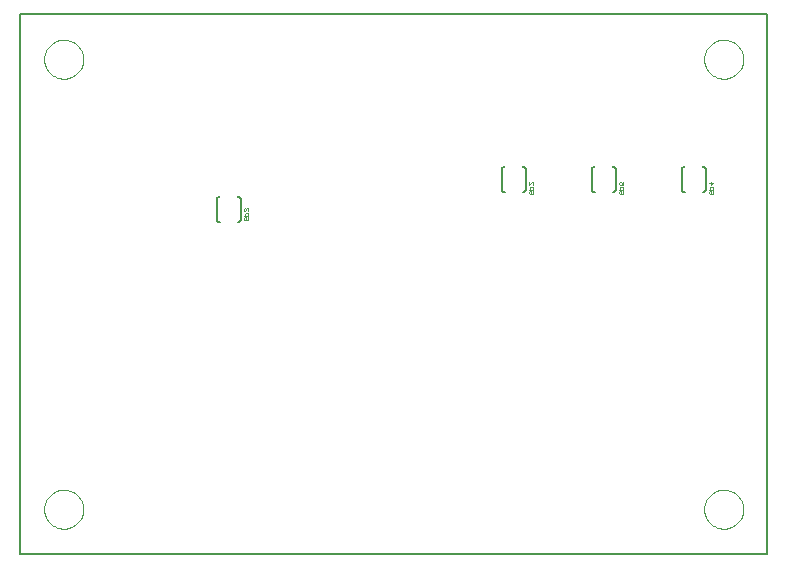
<source format=gbo>
G75*
G70*
%OFA0B0*%
%FSLAX24Y24*%
%IPPOS*%
%LPD*%
%AMOC8*
5,1,8,0,0,1.08239X$1,22.5*
%
%ADD10C,0.0080*%
%ADD11C,0.0000*%
%ADD12C,0.0010*%
D10*
X006371Y004935D02*
X006371Y022931D01*
X031271Y022931D01*
X031271Y004935D01*
X006371Y004935D01*
X012931Y016110D02*
X012931Y016760D01*
X012933Y016777D01*
X012937Y016794D01*
X012944Y016810D01*
X012954Y016824D01*
X012967Y016837D01*
X012981Y016847D01*
X012997Y016854D01*
X013014Y016858D01*
X013031Y016860D01*
X013631Y016860D02*
X013648Y016858D01*
X013665Y016854D01*
X013681Y016847D01*
X013695Y016837D01*
X013708Y016824D01*
X013718Y016810D01*
X013725Y016794D01*
X013729Y016777D01*
X013731Y016760D01*
X013731Y016110D01*
X013729Y016093D01*
X013725Y016076D01*
X013718Y016060D01*
X013708Y016046D01*
X013695Y016033D01*
X013681Y016023D01*
X013665Y016016D01*
X013648Y016012D01*
X013631Y016010D01*
X013031Y016010D02*
X013014Y016012D01*
X012997Y016016D01*
X012981Y016023D01*
X012967Y016033D01*
X012954Y016046D01*
X012944Y016060D01*
X012937Y016076D01*
X012933Y016093D01*
X012931Y016110D01*
X022431Y017110D02*
X022431Y017760D01*
X022433Y017777D01*
X022437Y017794D01*
X022444Y017810D01*
X022454Y017824D01*
X022467Y017837D01*
X022481Y017847D01*
X022497Y017854D01*
X022514Y017858D01*
X022531Y017860D01*
X023131Y017860D02*
X023148Y017858D01*
X023165Y017854D01*
X023181Y017847D01*
X023195Y017837D01*
X023208Y017824D01*
X023218Y017810D01*
X023225Y017794D01*
X023229Y017777D01*
X023231Y017760D01*
X023231Y017110D01*
X023229Y017093D01*
X023225Y017076D01*
X023218Y017060D01*
X023208Y017046D01*
X023195Y017033D01*
X023181Y017023D01*
X023165Y017016D01*
X023148Y017012D01*
X023131Y017010D01*
X022531Y017010D02*
X022514Y017012D01*
X022497Y017016D01*
X022481Y017023D01*
X022467Y017033D01*
X022454Y017046D01*
X022444Y017060D01*
X022437Y017076D01*
X022433Y017093D01*
X022431Y017110D01*
X025431Y017110D02*
X025431Y017760D01*
X025433Y017777D01*
X025437Y017794D01*
X025444Y017810D01*
X025454Y017824D01*
X025467Y017837D01*
X025481Y017847D01*
X025497Y017854D01*
X025514Y017858D01*
X025531Y017860D01*
X026131Y017860D02*
X026148Y017858D01*
X026165Y017854D01*
X026181Y017847D01*
X026195Y017837D01*
X026208Y017824D01*
X026218Y017810D01*
X026225Y017794D01*
X026229Y017777D01*
X026231Y017760D01*
X026231Y017110D01*
X026229Y017093D01*
X026225Y017076D01*
X026218Y017060D01*
X026208Y017046D01*
X026195Y017033D01*
X026181Y017023D01*
X026165Y017016D01*
X026148Y017012D01*
X026131Y017010D01*
X025531Y017010D02*
X025514Y017012D01*
X025497Y017016D01*
X025481Y017023D01*
X025467Y017033D01*
X025454Y017046D01*
X025444Y017060D01*
X025437Y017076D01*
X025433Y017093D01*
X025431Y017110D01*
X028431Y017110D02*
X028431Y017760D01*
X028433Y017777D01*
X028437Y017794D01*
X028444Y017810D01*
X028454Y017824D01*
X028467Y017837D01*
X028481Y017847D01*
X028497Y017854D01*
X028514Y017858D01*
X028531Y017860D01*
X029131Y017860D02*
X029148Y017858D01*
X029165Y017854D01*
X029181Y017847D01*
X029195Y017837D01*
X029208Y017824D01*
X029218Y017810D01*
X029225Y017794D01*
X029229Y017777D01*
X029231Y017760D01*
X029231Y017110D01*
X029229Y017093D01*
X029225Y017076D01*
X029218Y017060D01*
X029208Y017046D01*
X029195Y017033D01*
X029181Y017023D01*
X029165Y017016D01*
X029148Y017012D01*
X029131Y017010D01*
X028531Y017010D02*
X028514Y017012D01*
X028497Y017016D01*
X028481Y017023D01*
X028467Y017033D01*
X028454Y017046D01*
X028444Y017060D01*
X028437Y017076D01*
X028433Y017093D01*
X028431Y017110D01*
D11*
X029181Y021435D02*
X029183Y021485D01*
X029189Y021535D01*
X029199Y021585D01*
X029212Y021633D01*
X029229Y021681D01*
X029250Y021727D01*
X029274Y021771D01*
X029302Y021813D01*
X029333Y021853D01*
X029367Y021890D01*
X029404Y021925D01*
X029443Y021956D01*
X029484Y021985D01*
X029528Y022010D01*
X029574Y022032D01*
X029621Y022050D01*
X029669Y022064D01*
X029718Y022075D01*
X029768Y022082D01*
X029818Y022085D01*
X029869Y022084D01*
X029919Y022079D01*
X029969Y022070D01*
X030017Y022058D01*
X030065Y022041D01*
X030111Y022021D01*
X030156Y021998D01*
X030199Y021971D01*
X030239Y021941D01*
X030277Y021908D01*
X030312Y021872D01*
X030345Y021833D01*
X030374Y021792D01*
X030400Y021749D01*
X030423Y021704D01*
X030442Y021657D01*
X030457Y021609D01*
X030469Y021560D01*
X030477Y021510D01*
X030481Y021460D01*
X030481Y021410D01*
X030477Y021360D01*
X030469Y021310D01*
X030457Y021261D01*
X030442Y021213D01*
X030423Y021166D01*
X030400Y021121D01*
X030374Y021078D01*
X030345Y021037D01*
X030312Y020998D01*
X030277Y020962D01*
X030239Y020929D01*
X030199Y020899D01*
X030156Y020872D01*
X030111Y020849D01*
X030065Y020829D01*
X030017Y020812D01*
X029969Y020800D01*
X029919Y020791D01*
X029869Y020786D01*
X029818Y020785D01*
X029768Y020788D01*
X029718Y020795D01*
X029669Y020806D01*
X029621Y020820D01*
X029574Y020838D01*
X029528Y020860D01*
X029484Y020885D01*
X029443Y020914D01*
X029404Y020945D01*
X029367Y020980D01*
X029333Y021017D01*
X029302Y021057D01*
X029274Y021099D01*
X029250Y021143D01*
X029229Y021189D01*
X029212Y021237D01*
X029199Y021285D01*
X029189Y021335D01*
X029183Y021385D01*
X029181Y021435D01*
X029181Y006435D02*
X029183Y006485D01*
X029189Y006535D01*
X029199Y006585D01*
X029212Y006633D01*
X029229Y006681D01*
X029250Y006727D01*
X029274Y006771D01*
X029302Y006813D01*
X029333Y006853D01*
X029367Y006890D01*
X029404Y006925D01*
X029443Y006956D01*
X029484Y006985D01*
X029528Y007010D01*
X029574Y007032D01*
X029621Y007050D01*
X029669Y007064D01*
X029718Y007075D01*
X029768Y007082D01*
X029818Y007085D01*
X029869Y007084D01*
X029919Y007079D01*
X029969Y007070D01*
X030017Y007058D01*
X030065Y007041D01*
X030111Y007021D01*
X030156Y006998D01*
X030199Y006971D01*
X030239Y006941D01*
X030277Y006908D01*
X030312Y006872D01*
X030345Y006833D01*
X030374Y006792D01*
X030400Y006749D01*
X030423Y006704D01*
X030442Y006657D01*
X030457Y006609D01*
X030469Y006560D01*
X030477Y006510D01*
X030481Y006460D01*
X030481Y006410D01*
X030477Y006360D01*
X030469Y006310D01*
X030457Y006261D01*
X030442Y006213D01*
X030423Y006166D01*
X030400Y006121D01*
X030374Y006078D01*
X030345Y006037D01*
X030312Y005998D01*
X030277Y005962D01*
X030239Y005929D01*
X030199Y005899D01*
X030156Y005872D01*
X030111Y005849D01*
X030065Y005829D01*
X030017Y005812D01*
X029969Y005800D01*
X029919Y005791D01*
X029869Y005786D01*
X029818Y005785D01*
X029768Y005788D01*
X029718Y005795D01*
X029669Y005806D01*
X029621Y005820D01*
X029574Y005838D01*
X029528Y005860D01*
X029484Y005885D01*
X029443Y005914D01*
X029404Y005945D01*
X029367Y005980D01*
X029333Y006017D01*
X029302Y006057D01*
X029274Y006099D01*
X029250Y006143D01*
X029229Y006189D01*
X029212Y006237D01*
X029199Y006285D01*
X029189Y006335D01*
X029183Y006385D01*
X029181Y006435D01*
X007181Y006435D02*
X007183Y006485D01*
X007189Y006535D01*
X007199Y006585D01*
X007212Y006633D01*
X007229Y006681D01*
X007250Y006727D01*
X007274Y006771D01*
X007302Y006813D01*
X007333Y006853D01*
X007367Y006890D01*
X007404Y006925D01*
X007443Y006956D01*
X007484Y006985D01*
X007528Y007010D01*
X007574Y007032D01*
X007621Y007050D01*
X007669Y007064D01*
X007718Y007075D01*
X007768Y007082D01*
X007818Y007085D01*
X007869Y007084D01*
X007919Y007079D01*
X007969Y007070D01*
X008017Y007058D01*
X008065Y007041D01*
X008111Y007021D01*
X008156Y006998D01*
X008199Y006971D01*
X008239Y006941D01*
X008277Y006908D01*
X008312Y006872D01*
X008345Y006833D01*
X008374Y006792D01*
X008400Y006749D01*
X008423Y006704D01*
X008442Y006657D01*
X008457Y006609D01*
X008469Y006560D01*
X008477Y006510D01*
X008481Y006460D01*
X008481Y006410D01*
X008477Y006360D01*
X008469Y006310D01*
X008457Y006261D01*
X008442Y006213D01*
X008423Y006166D01*
X008400Y006121D01*
X008374Y006078D01*
X008345Y006037D01*
X008312Y005998D01*
X008277Y005962D01*
X008239Y005929D01*
X008199Y005899D01*
X008156Y005872D01*
X008111Y005849D01*
X008065Y005829D01*
X008017Y005812D01*
X007969Y005800D01*
X007919Y005791D01*
X007869Y005786D01*
X007818Y005785D01*
X007768Y005788D01*
X007718Y005795D01*
X007669Y005806D01*
X007621Y005820D01*
X007574Y005838D01*
X007528Y005860D01*
X007484Y005885D01*
X007443Y005914D01*
X007404Y005945D01*
X007367Y005980D01*
X007333Y006017D01*
X007302Y006057D01*
X007274Y006099D01*
X007250Y006143D01*
X007229Y006189D01*
X007212Y006237D01*
X007199Y006285D01*
X007189Y006335D01*
X007183Y006385D01*
X007181Y006435D01*
X007181Y021435D02*
X007183Y021485D01*
X007189Y021535D01*
X007199Y021585D01*
X007212Y021633D01*
X007229Y021681D01*
X007250Y021727D01*
X007274Y021771D01*
X007302Y021813D01*
X007333Y021853D01*
X007367Y021890D01*
X007404Y021925D01*
X007443Y021956D01*
X007484Y021985D01*
X007528Y022010D01*
X007574Y022032D01*
X007621Y022050D01*
X007669Y022064D01*
X007718Y022075D01*
X007768Y022082D01*
X007818Y022085D01*
X007869Y022084D01*
X007919Y022079D01*
X007969Y022070D01*
X008017Y022058D01*
X008065Y022041D01*
X008111Y022021D01*
X008156Y021998D01*
X008199Y021971D01*
X008239Y021941D01*
X008277Y021908D01*
X008312Y021872D01*
X008345Y021833D01*
X008374Y021792D01*
X008400Y021749D01*
X008423Y021704D01*
X008442Y021657D01*
X008457Y021609D01*
X008469Y021560D01*
X008477Y021510D01*
X008481Y021460D01*
X008481Y021410D01*
X008477Y021360D01*
X008469Y021310D01*
X008457Y021261D01*
X008442Y021213D01*
X008423Y021166D01*
X008400Y021121D01*
X008374Y021078D01*
X008345Y021037D01*
X008312Y020998D01*
X008277Y020962D01*
X008239Y020929D01*
X008199Y020899D01*
X008156Y020872D01*
X008111Y020849D01*
X008065Y020829D01*
X008017Y020812D01*
X007969Y020800D01*
X007919Y020791D01*
X007869Y020786D01*
X007818Y020785D01*
X007768Y020788D01*
X007718Y020795D01*
X007669Y020806D01*
X007621Y020820D01*
X007574Y020838D01*
X007528Y020860D01*
X007484Y020885D01*
X007443Y020914D01*
X007404Y020945D01*
X007367Y020980D01*
X007333Y021017D01*
X007302Y021057D01*
X007274Y021099D01*
X007250Y021143D01*
X007229Y021189D01*
X007212Y021237D01*
X007199Y021285D01*
X007189Y021335D01*
X007183Y021385D01*
X007181Y021435D01*
D12*
X013836Y016435D02*
X013836Y016385D01*
X013861Y016360D01*
X013911Y016312D02*
X013886Y016287D01*
X013886Y016212D01*
X013836Y016212D02*
X013986Y016212D01*
X013986Y016287D01*
X013961Y016312D01*
X013911Y016312D01*
X013961Y016360D02*
X013986Y016385D01*
X013986Y016435D01*
X013961Y016460D01*
X013936Y016460D01*
X013911Y016435D01*
X013886Y016460D01*
X013861Y016460D01*
X013836Y016435D01*
X013911Y016435D02*
X013911Y016410D01*
X013911Y016165D02*
X013911Y016115D01*
X013911Y016165D02*
X013861Y016165D01*
X013836Y016140D01*
X013836Y016090D01*
X013861Y016065D01*
X013961Y016065D01*
X013986Y016090D01*
X013986Y016140D01*
X013961Y016165D01*
X023336Y016965D02*
X023336Y017015D01*
X023361Y017040D01*
X023411Y017040D01*
X023411Y016990D01*
X023361Y016940D02*
X023336Y016965D01*
X023361Y016940D02*
X023461Y016940D01*
X023486Y016965D01*
X023486Y017015D01*
X023461Y017040D01*
X023486Y017087D02*
X023486Y017162D01*
X023461Y017187D01*
X023411Y017187D01*
X023386Y017162D01*
X023386Y017087D01*
X023336Y017087D02*
X023486Y017087D01*
X023461Y017235D02*
X023486Y017260D01*
X023486Y017310D01*
X023461Y017335D01*
X023436Y017335D01*
X023336Y017235D01*
X023336Y017335D01*
X026336Y017310D02*
X026336Y017260D01*
X026361Y017235D01*
X026411Y017235D02*
X026436Y017285D01*
X026436Y017310D01*
X026411Y017335D01*
X026361Y017335D01*
X026336Y017310D01*
X026411Y017235D02*
X026486Y017235D01*
X026486Y017335D01*
X026461Y017187D02*
X026486Y017162D01*
X026486Y017087D01*
X026336Y017087D01*
X026386Y017087D02*
X026386Y017162D01*
X026411Y017187D01*
X026461Y017187D01*
X026461Y017040D02*
X026486Y017015D01*
X026486Y016965D01*
X026461Y016940D01*
X026361Y016940D01*
X026336Y016965D01*
X026336Y017015D01*
X026361Y017040D01*
X026411Y017040D01*
X026411Y016990D01*
X029336Y016965D02*
X029336Y017015D01*
X029361Y017040D01*
X029411Y017040D01*
X029411Y016990D01*
X029361Y016940D02*
X029336Y016965D01*
X029361Y016940D02*
X029461Y016940D01*
X029486Y016965D01*
X029486Y017015D01*
X029461Y017040D01*
X029486Y017087D02*
X029486Y017162D01*
X029461Y017187D01*
X029411Y017187D01*
X029386Y017162D01*
X029386Y017087D01*
X029336Y017087D02*
X029486Y017087D01*
X029411Y017235D02*
X029411Y017335D01*
X029336Y017310D02*
X029486Y017310D01*
X029411Y017235D01*
M02*

</source>
